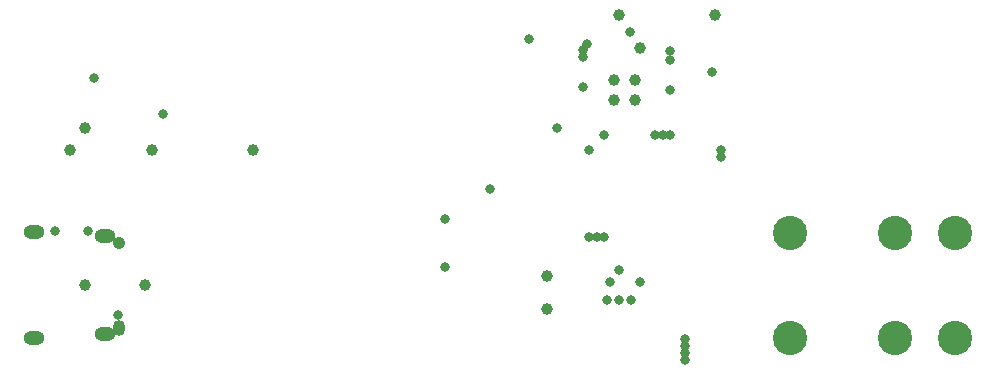
<source format=gbr>
G04 #@! TF.FileFunction,Soldermask,Bot*
%FSLAX46Y46*%
G04 Gerber Fmt 4.6, Leading zero omitted, Abs format (unit mm)*
G04 Created by KiCad (PCBNEW 4.0.7) date 04/10/18 20:11:53*
%MOMM*%
%LPD*%
G01*
G04 APERTURE LIST*
%ADD10C,0.100000*%
%ADD11O,1.800000X1.200000*%
%ADD12O,1.050000X1.350000*%
%ADD13C,1.050000*%
%ADD14C,2.900000*%
%ADD15C,1.000000*%
%ADD16C,0.800000*%
G04 APERTURE END LIST*
D10*
D11*
X118535000Y-97470000D03*
X118535000Y-105730000D03*
X112585000Y-106090000D03*
X112585000Y-97110000D03*
D12*
X119785000Y-105200000D03*
D13*
X119785000Y-98000000D03*
D14*
X176530000Y-106045000D03*
X185420000Y-97155000D03*
X185420000Y-106045000D03*
X190500000Y-106045000D03*
X190500000Y-97155000D03*
X176530000Y-97155000D03*
D15*
X116840000Y-88265000D03*
X115570000Y-90170000D03*
X162052000Y-78739926D03*
X161697500Y-85952500D03*
X163422500Y-85952500D03*
X163422500Y-84227500D03*
X161697500Y-84227500D03*
X155956000Y-103632000D03*
X155956000Y-100838000D03*
X121920000Y-101600000D03*
X116840000Y-101600000D03*
D16*
X159512000Y-90170000D03*
X160782000Y-88900000D03*
X147320000Y-96012090D03*
D15*
X131064000Y-90170000D03*
D16*
X147320000Y-100076000D03*
D15*
X122555000Y-90170000D03*
D16*
X169926000Y-83566000D03*
X166370000Y-85090000D03*
X166370000Y-88900000D03*
X166370000Y-81788000D03*
D15*
X170180000Y-78740000D03*
X163830000Y-81534000D03*
D16*
X117602000Y-84074000D03*
X123444000Y-87122000D03*
X117094000Y-97028000D03*
X114300000Y-97028000D03*
X170688000Y-90170000D03*
X165769997Y-88900000D03*
X170688000Y-90770003D03*
X165100000Y-88900000D03*
X154432000Y-80772000D03*
X156863761Y-88259937D03*
X159371432Y-81201536D03*
X151130000Y-93472000D03*
X162985053Y-80199495D03*
X166370000Y-82550000D03*
X159004118Y-81695977D03*
X167640000Y-107972069D03*
X159004000Y-82295978D03*
X167640000Y-107372056D03*
X167640000Y-106772043D03*
X159004000Y-84836000D03*
X167640000Y-106171936D03*
X159512000Y-97536000D03*
X161290000Y-101346000D03*
X161036000Y-102870000D03*
X163830000Y-101346000D03*
X162052000Y-102870000D03*
X163068000Y-102870000D03*
X160782000Y-97536000D03*
X162052000Y-100330000D03*
X160181997Y-97536000D03*
X119634000Y-104140000D03*
M02*

</source>
